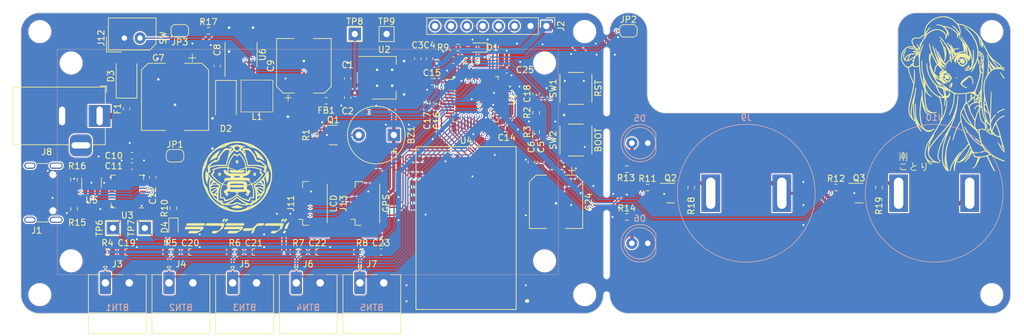
<source format=kicad_pcb>
(kicad_pcb (version 20221018) (generator pcbnew)
  (layers (0 "F.Cu" signal) (31 "B.Cu" signal) (34 "B.Paste" user) (35 "F.Paste" user) (36 "B.SilkS" user "B.Silkscreen") (37 "F.SilkS" user "F.Silkscreen") (38 "B.Mask" user) (39 "F.Mask" user) (44 "Edge.Cuts" user))
  (net 0 "")
  (net 1 "+5V")
  (net 2 "GND")
  (net 3 "+3.3V")
  (net 7 "Net-(BZ1--)")
  (net 8 "Net-(J1-CC1)")
  (net 9 "Net-(JP1-B)")
  (net 10 "VBUS")
  (net 11 "Net-(U3-VDD)")
  (net 12 "/NRST")
  (net 13 "/UART3_TX")
  (net 14 "/UART3_RX")
  (net 15 "/I2C1_SDA")
  (net 16 "/I2C1_SCL")
  (net 22 "/BTN1")
  (net 23 "/BTN2")
  (net 24 "/BTN3")
  (net 25 "/BTN4")
  (net 26 "/BTN5")
  (net 27 "/DBG_LED")
  (net 28 "Net-(D1-A)")
  (net 29 "Net-(D2-K)")
  (net 30 "/D-")
  (net 31 "/D+")
  (net 32 "/BUZZER")
  (net 35 "/SWCLK")
  (net 36 "/SWDIO")
  (net 56 "Net-(Q1-B)")
  (net 57 "Net-(D4-K)")
  (net 60 "/BOOT0")
  (net 61 "/LORA_M0")
  (net 62 "/LORA_M1")
  (net 63 "/UART2_TX")
  (net 64 "/UART2_RX")
  (net 65 "/LORA_AUX")
  (net 66 "/UART1_TX")
  (net 67 "/UART1_RX")
  (net 76 "Net-(J8-Pin_1)")
  (net 79 "Net-(D5-A)")
  (net 80 "Net-(D6-A)")
  (net 81 "+12V")
  (net 82 "Net-(J9-Pin_2)")
  (net 83 "Net-(J10-Pin_2)")
  (net 84 "Net-(Q2-B)")
  (net 85 "Net-(Q3-B)")
  (net 86 "/LAMP1")
  (net 87 "/LAMP2")
  (net 89 "Net-(J1-CC2)")
  (net 91 "Net-(JP2-A)")
  (net 92 "/GPS_LED")
  (net 93 "/STOP_LED")
  (net 94 "/DC_EN")
  (net 95 "Net-(JP3-A)")
  (net 98 "Net-(Q2-C)")
  (net 99 "Net-(Q3-C)")
  (footprint "Resistor_SMD:R_0603_1608Metric" (layer "F.Cu") (at 79.248 16.002 90)
    (fp_text reference "R3")
    (fp_text value "10k")
  )
  (footprint "Capacitor_SMD:C_0603_1608Metric" (layer "F.Cu") (at 44.336 35.179)
    (fp_text reference "C22")
    (fp_text value "470nf")
  )
  (footprint "Capacitor_SMD:C_0603_1608Metric" (layer "F.Cu") (at 61.849 11.303 -90)
    (fp_text reference "C17")
    (fp_text value "1uf")
  )
  (footprint "Connector_BarrelJack:BarrelJack_Horizontal" (layer "F.Cu") (at 9.556 13.462)
    (fp_text reference "J8")
    (fp_text value "VIN")
  )
  (footprint "Resistor_SMD:R_0603_1608Metric" (layer "F.Cu") (at 20.968 35.179)
    (fp_text reference "R5")
    (fp_text value "10k")
  )
  (footprint "Capacitor_SMD:C_0603_1608Metric" (layer "F.Cu") (at 62.611 8.001)
    (fp_text reference "C15")
    (fp_text value "100nf")
  )
  (footprint "Capacitor_SMD:C_0603_1608Metric" (layer "F.Cu") (at 28.321 5.461 90)
    (fp_text reference "C8")
    (fp_text value "100nf")
  )
  (footprint "Capacitor_SMD:C_0603_1608Metric" (layer "F.Cu") (at 24.016 35.179)
    (fp_text reference "C20")
    (fp_text value "470nf")
  )
  (footprint "TestPoint:TestPoint_THTPad_2.0x2.0mm_Drill1.0mm" (layer "F.Cu") (at 11.684 31.369)
    (fp_text reference "TP6")
    (fp_text value "TX")
  )
  (footprint "Diode_SMD:D_SMA" (layer "F.Cu") (at 29.718 11.303 -90)
    (fp_text reference "D2")
    (fp_text value "SK34")
  )
  (footprint "Connector_USB:USB_C_Receptacle_GCT_USB4105-xx-A_16P_TopMnt_Horizontal" (layer "F.Cu") (at -0.508 25.7225 -90)
    (fp_text reference "J1")
    (fp_text value "USB_C")
  )
  (footprint "Jumper:SolderJumper-2_P1.3mm_Bridged_RoundedPad1.0x1.5mm" (layer "F.Cu") (at 93.98 -0.127)
    (fp_text reference "JP2")
    (fp_text value "MODE")
  )
  (footprint "Resistor_SMD:R_0603_1608Metric" (layer "F.Cu") (at 79.248 12.954 90)
    (fp_text reference "R2")
    (fp_text value "10k")
  )
  (footprint "Capacitor_SMD:C_0603_1608Metric" (layer "F.Cu") (at 54.496 35.179)
    (fp_text reference "C23")
    (fp_text value "470nf")
  )
  (footprint "Connector_Phoenix_MC:PhoenixContact_MC_1,5_2-G-3.81_1x02_P3.81mm_Horizontal" (layer "F.Cu") (at 10.469 40.1205)
    (fp_text reference "J3")
    (fp_text value "BTN1")
  )
  (footprint "MountingHole:MountingHole_3.2mm_M3" (layer "F.Cu") (at 152 0)
    (fp_text reference "H9")
    (fp_text value "MountingHole")
  )
  (footprint "Connector_Phoenix_MC:PhoenixContact_MC_1,5_2-G-3.81_1x02_P3.81mm_Horizontal" (layer "F.Cu") (at 40.949 40.1205)
    (fp_text reference "J6")
    (fp_text value "BTN4")
  )
  (footprint "MountingHole:MountingHole_3.2mm_M3" (layer "F.Cu") (at 152 42)
    (fp_text reference "H10")
    (fp_text value "MountingHole")
  )
  (footprint "MountingHole:MountingHole_3.2mm_M3" (layer "F.Cu") (at 87 0)
    (fp_text reference "H3")
    (fp_text value "MountingHole")
  )
  (footprint "LOGO" (layer "F.Cu") (at 31.512822 25.273)
    (fp_text reference "G***" hide)
    (fp_text value "LOGO" hide)
  )
  (footprint "Package_TO_SOT_SMD:SOT-23" (layer "F.Cu") (at 100.711 25.781)
    (fp_text reference "Q2")
    (fp_text value "BC847")
  )
  (footprint "Resistor_SMD:R_0603_1608Metric" (layer "F.Cu") (at 10.808 35.179)
    (fp_text reference "R4")
    (fp_text value "10k")
  )
  (footprint "TestPoint:TestPoint_THTPad_2.0x2.0mm_Drill1.0mm" (layer "F.Cu") (at 50.292 0.381)
    (fp_text reference "TP8")
    (fp_text value "5V")
  )
  (footprint "MountingHole:MountingHole_3.2mm_M3" (layer "F.Cu") (at 0 42)
    (fp_text reference "H2")
    (fp_text value "MountingHole")
  )
  (footprint "Resistor_SMD:R_0603_1608Metric" (layer "F.Cu") (at 133.985 24.892 90)
    (fp_text reference "R19")
    (fp_text value "0")
  )
  (footprint "Connector_Molex:Molex_PicoBlade_53398-0471_1x04-1MP_P1.25mm_Vertical" (layer "F.Cu") (at 51.562 27.432 90)
    (fp_text reference "J13")
    (fp_text value "GPS")
  )
  (footprint "Capacitor_SMD:C_0603_1608Metric" (layer "F.Cu") (at 80.01 20.828 90)
    (fp_text reference "C5")
    (fp_text value "10uf")
  )
  (footprint "LOGO" (layer "F.Cu") (at 145.542 9.779)
    (fp_text reference "G***" hide)
    (fp_text value "LOGO" hide)
  )
  (footprint "Jumper:SolderJumper-2_P1.3mm_Open_RoundedPad1.0x1.5mm" (layer "F.Cu") (at 22.352 -0.127 180)
    (fp_text reference "JP3")
    (fp_text value "PWR")
  )
  (footprint "Connector_PinHeader_2.54mm:PinHeader_1x08_P2.54mm_Vertical" (layer "F.Cu") (at 80.884 -0.889 -90)
    (fp_text reference "J2")
    (fp_text value "SWD")
  )
  (footprint "KIcad:SW_TS-1187A-B-A-B" (layer "F.Cu") (at 85.598 17.3155 90)
    (fp_text reference "SW2")
    (fp_text value "BOOT")
  )
  (footprint "KIcad:E22-900T22S" (layer "F.Cu") (at 68.0595 31.369)
    (fp_text reference "U4")
    (fp_text value "~")
  )
  (footprint "TestPoint:TestPoint_THTPad_2.0x2.0mm_Drill1.0mm" (layer "F.Cu") (at 16.764 31.369)
    (fp_text reference "TP7")
    (fp_text value "RX")
  )
  (footprint "Resistor_SMD:R_0603_1608Metric" (layer "F.Cu") (at 97.028 24.892)
    (fp_text reference "R11")
    (fp_text value "4.7k")
  )
  (footprint "Capacitor_SMD:C_0603_1608Metric" (layer "F.Cu") (at 14.732 19.812 180)
    (fp_text reference "C10")
    (fp_text value "1uf")
  )
  (footprint "Capacitor_SMD:C_0603_1608Metric" (layer "F.Cu") (at 74.549 6.096 180)
    (fp_text reference "C25")
    (fp_text value "100nf")
  )
  (footprint "Package_TO_SOT_SMD:SOT-23" (layer "F.Cu") (at 130.81 25.781)
    (fp_text reference "Q3")
    (fp_text value "BC847")
  )
  (footprint "Capacitor_SMD:CP_Elec_8x6.5" (layer "F.Cu") (at 82.423 27.178 -90)
    (fp_text reference "C24")
    (fp_text value "100uf")
  )
  (footprint "Resistor_SMD:R_0603_1608Metric" (layer "F.Cu") (at 43.942 16.51 90)
    (fp_text reference "R1")
    (fp_text value "4.7k")
  )
  (footprint "Fuse:Fuse_0603_1608Metric" (layer "F.Cu") (at 45.72 11.049)
    (fp_text reference "FB1")
    (fp_text value "Bead")
  )
  (footprint "Package_DFN_QFN:QFN-28-1EP_5x5mm_P0.5mm_EP3.35x3.35mm" (layer "F.Cu") (at 13.97 25.527 180)
    (fp_text reference "U3")
    (fp_text value "CP2102N-Axx-xQFN28")
  )
  (footprint "Capacitor_SMD:C_0603_1608Metric" (layer "F.Cu") (at 13.856 35.179)
    (fp_text reference "C19")
    (fp_text value "470nf")
  )
  (footprint "Fuse:Fuse_0603_1608Metric" (layer "F.Cu") (at 13.843 12.319 90)
    (fp_text reference "F1")
    (fp_text value "300mA")
  )
  (footprint "Capacitor_SMD:C_0603_1608Metric" (layer "F.Cu") (at 49.149 7.48 90)
    (fp_text reference "C1")
    (fp_text value "10uf")
  )
  (footprint "Resistor_SMD:R_0603_1608Metric" (layer "F.Cu") (at 66.802 2.54)
    (fp_text reference "R9")
    (fp_text value "330")
  )
  (footprint "Package_TO_SOT_SMD:SOT-23" (layer "F.Cu") (at 46.863 16.51)
    (fp_text reference "Q1")
    (fp_text value "BC847")
  )
  (footprint "Package_QFP:LQFP-48_7x7mm_P0.5mm" (layer "F.Cu") (at 69.596 10.795)
    (fp_text reference "U1")
    (fp_text value "STM32F103C8Tx")
  )
  (footprint "LED_SMD:LED_0603_1608Metric" (layer "F.Cu") (at 69.914 2.54 180)
    (fp_text reference "D1")
    (fp_text value "LED1")
  )
  (footprint "Resistor_SMD:R_0603_1608Metric" (layer "F.Cu") (at 31.128 35.179)
    (fp_text reference "R6")
    (fp_text value "10k")
  )
  (footprint "MountingHole:MountingHole_3.2mm_M3" (layer "F.Cu") (at 0 0)
    (fp_text reference "H1")
    (fp_text value "MountingHole")
  )
  (footprint "TestPoint:TestPoint_THTPad_2.0x2.0mm_Drill1.0mm" (layer "F.Cu") (at 55.372 0.381)
    (fp_text reference "TP9")
    (fp_text value "GND")
  )
  (footprint "KIcad:FQ-014" (layer "F.Cu") (at 53.721 16.51 180)
    (fp_text reference "BZ1")
    (fp_text value "Buzzer")
  )
  (footprint "Resistor_SMD:R_0603_1608Metric" (layer "F.Cu") (at 26.924 -0.127)
    (fp_text reference "R17")
    (fp_text value "10k")
  )
  (footprint "Capacitor_SMD:CP_Elec_10x10.5" (layer "F.Cu") (at 21.59 10.414 -90)
    (fp_text reference "C7")
    (fp_text value "330uf")
  )
  (footprint "Capacitor_SMD:C_0603_1608Metric" (layer "F.Cu") (at 66.04 4.572)
    (fp_text reference "C13")
    (fp_text value "4.7uf")
  )
  (footprint "Capacitor_SMD:C_0603_1608Metric" (layer "F.Cu") (at 74.549 15.494 180)
    (fp_text reference "C14")
    (fp_text value "100nf")
  )
  (footprint "Capacitor_SMD:C_0603_1608Metric" (layer "F.Cu") (at 78.486 20.828 90)
    (fp_text reference "C6")
    (fp_text value "100nf")
  )
  (footprint "Connector_Molex:Molex_SPOX_5267-02A_1x02_P2.50mm_Vertical" (layer "F.Cu") (at 13.502 1.031)
    (fp_text reference "J12")
    (fp_text value "SW")
  )
  (footprint "Resistor_SMD:R_0603_1608Metric" (layer "F.Cu") (at 5.461 28.321 -90)
    (fp_text reference "R15")
    (fp_text value "5.1k")
  )
  (footprint "Connector_Phoenix_MC:PhoenixContact_MC_1,5_2-G-3.81_1x02_P3.81mm_Horizontal" (layer "F.Cu") (at 20.629 40.1205)
    (fp_text reference "J4")
    (fp_text value "BTN2")
  )
  (footprint "Connector_Phoenix_MC:PhoenixContact_MC_1,5_2-G-3.81_1x02_P3.81mm_Horizontal" (layer "F.Cu") (at 51.109 40.1205)
    (fp_text reference "J7")
    (fp_text value "BTN5")
  )
  (footprint "Capacitor_SMD:C_0603_1608Metric" (layer "F.Cu") (at 79.248 9.906 90)
    (fp_text reference "C18")
    (fp_text value "100nf")
  )
  (footprint "Resistor_SMD:R_0603_1608Metric" (layer "F.Cu") (at 104.013 24.892 90)
    (fp_text reference "R18")
    (fp_text value "0")
  )
  (footprint "KIcad:Inductor_4.5x4mm" (layer "F.Cu") (at 34.671 10.287)
    (fp_text reference "L1")
    (fp_text value "68uh")
  )
  (footprint "Capacitor_SMD:C_0603_1608Metric" (layer "F.Cu") (at 60.325 4.318 90)
    (fp_text reference "C3")
    (fp_text value "10uf")
  )
  (footprint "Resistor_SMD:R_0603_1608Metric" (layer "F.Cu") (at 5.461 23.622 90)
    (fp_text reference "R16")
    (fp_text value "5.1k")
  )
  (footprint "Package_TO_SOT_SMD:SOT-23-6" (layer "F.Cu") (at 8.255 24.13 90)
    (fp_text reference "U5")
    (fp_text value "SRV05-4")
  )
  (footprint "Capacitor_SMD:C_0603_1608Metric" (layer "F.Cu") (at 18.034 23.241 90)
    (fp_text reference "C12")
    (fp_text value "100nf")
  )
  (footprint "Resistor_SMD:R_0603_1608Metric" (layer "F.Cu") (at 51.448 35.179)
    (fp_text reference "R8")
    (fp_text value "10k")
  )
  (footprint "Jumper:SolderJumper-2_P1.3mm_Bridged_RoundedPad1.0x1.5mm" (layer "F.Cu") (at 21.59 19.812)
    (fp_text reference "JP1")
    (fp_text value "VBUS")
  )
  (footprint "Capacitor_SMD:C_0603_1608Metric" (layer "F.Cu") (at 62.23 4.318 90)
    (fp_text reference "C4")
    (fp_text value "100nf")
  )
  (footprint "Package_TO_SOT_SMD:SOT-223-3_TabPin2" (layer "F.Cu") (at 54.991 7.366)
    (fp_text reference "U2")
    (fp_text value "AMS1117-3.3")
  )
  (footprint "MountingHole:MountingHole_3.2mm_M3" (layer "F.Cu") (at 87 42)
    (fp_text reference "H4")
    (fp_text value "MountingHole")
  )
  (footprint "LED_SMD:LED_0603_1608Metric" (layer "F.Cu") (at 21.336 31.242 -90)
    (fp_text reference "D4")
    (fp_text value "3.3v")
  )
  (footprint "Capacitor_SMD:C_0603_1608Metric" (layer "F.Cu") (at 14.732 21.463 180)
    (fp_text reference "C11")
    (fp_text value "100nf")
  )
  (footprint "Capacitor_SMD:C_0603_1608Metric" (layer "F.Cu") (at 63.373 11.303 -90)
    (fp_text reference "C16")
    (fp_text value "10nf")
  )
  (footprint "Connector_Molex:Molex_PicoBlade_53398-0471_1x04-1MP_P1.25mm_Vertical" (layer "F.Cu") (at 43.18 27.432 90)
    (fp_text reference "J11")
    (fp_text value "LCD")
  )
  (footprint "KIcad:SW_TS-1187A-B-A-B" (layer "F.Cu") (at 85.598 9.0605 90)
    (fp_text reference "SW1")
    (fp_text value "RST")
  )
  (footprint "Resistor_SMD:R_0603_1608Metric" (layer "F.Cu") (at 93.726 21.971)
    (fp_text reference "R13")
    (fp_text value "330")
  )
  (footprint "Resistor_SMD:R_0603_1608Metric" (layer "F.Cu") (at 21.336 28.194 90)
    (fp_text reference "R10")
    (fp_text value "330")
  )
  (footprint "Capacitor_SMD:C_0603_1608Metric" (layer "F.Cu") (at 49.149 10.528 -90)
    (fp_text reference "C2")
    (fp_text value "100nf")
  )
  (footprint "Capacitor_SMD:C_0603_1608Metric" (layer "F.Cu") (at 34.176 35.179)
    (fp_text reference "C21")
    (fp_text value "470nf")
  )
  (footprint "Resistor_SMD:R_0603_1608Metric" (layer "F.Cu") (at 127.127 24.892)
    (fp_text reference "R12")
    (fp_text value "4.7k")
  )
  (footprint "Diode_SMD:D_SMA" (layer "F.Cu") (at 13.843 7.112 90)
    (fp_text reference "D3")
    (fp_text value "1n4001")
  )
  (footprint "Resistor_SMD:R_0603_1608Metric" (layer "F.Cu") (at 41.288 35.179)
    (fp_text reference "R7")
    (fp_text value "10k")
  )
  (footprint "Capacitor_SMD:CP_Elec_8x10.5" (layer "F.Cu") (at 42.164 5.461 90)
    (fp_text reference "C9")
    (fp_text value "220uf")
  )
  (footprint "Connector_Phoenix_MC:PhoenixContact_MC_1,5_2-G-3.81_1x02_P3.81mm_Horizontal" (layer "F.Cu") (at 30.789 40.1205)
    (fp_text reference "J5")
    (fp_text value "BTN3")
  )
  (footprint "Resistor_SMD:R_0603_1608Metric" (layer "F.Cu") (at 93.726 29.591)
    (fp_text reference "R14")
    (fp_text value "330")
  )
  (footprint "Package_SO:SOIC-8_3.9x4.9mm_P1.27mm" (layer "F.Cu") (at 32.131 3.683 90)
    (fp_text reference "U6")
    (fp_text value "XL1509-5.0")
  )
  (footprint "KIcad:QN22-LED" (layer "B.Cu") (at 142.8 25.8 180)
    (fp_text reference "J10")
    (fp_text value "LAMP2")
  )
  (footprint "MountingHole:MountingHole_3.2mm_M3" (layer "B.Cu") (at 5 5 180)
    (fp_text reference "H7")
    (fp_text value "MountingHole")
  )
  (footprint "MountingHole:MountingHole_3.2mm_M3" (layer "B.Cu") (at 80.6 5 180)
    (fp_text reference "H5")
    (fp_text value "MountingHole")
  )
  (footprint "MountingHole:MountingHole_3.2mm_M3" (layer "B.Cu") (at 80.6 36.6 180)
    (fp_text reference "H6")
    (fp_text value "MountingHole")
  )
  (footprint "KIcad:QN22-LED" (layer "B.Cu") (at 112.8 25.8 180)
    (fp_text reference "J9")
    (fp_text value "LAMP1")
  )
  (footprint "LED_THT:LED_D5.0mm" (layer "B.Cu") (at 97.075 33.8 180)
    (fp_text reference "D6")
    (fp_text value "STOP")
  )
  (footprint "MountingHole:MountingHole_3.2mm_M3" (layer "B.Cu") (at 5 36.6 180)
    (fp_text reference "H8")
    (fp_text value "MountingHole")
  )
  (footprint "LED_THT:LED_D5.0mm" (layer "B.Cu") (at 97.075 17.8 180)
    (fp_text reference "D5")
    (fp_text value "GPS")
  )
  (gr_line (start 82.8 2.8) (end 82.8 38.8) (stroke (width 0.05)) (layer "B.SilkS"))
  (gr_line (start 82.8 38.8) (end 2.8 38.8) (stroke (width 0.05)) (layer "B.SilkS"))
  (gr_line (start 2.8 2.8) (end 2.8 38.8) (stroke (width 0.05)) (layer "B.SilkS"))
  (gr_line (start 82.8 2.8) (end 2.8 2.8) (stroke (width 0.05)) (layer "B.SilkS"))
  (gr_arc (start 94.000001 45.000001) (mid 91.878681 44.121321) (end 91.000001 42.000001) (stroke (width 0.1)) (layer "Edge.Cuts"))
  (gr_line (start 0 -3) (end 87.000002 -3) (stroke (width 0.1)) (layer "Edge.Cuts"))
  (gr_line (start 152.000001 45.000001) (end 94.000001 45.000001) (stroke (width 0.1)) (layer "Edge.Cuts"))
  (gr_arc (start 91.000002 39) (mid 90.500002 39.5) (end 90.000002 39) (stroke (width 0.1)) (layer "Edge.Cuts"))
  (gr_line (start 91.000002 13) (end 91.000002 3) (stroke (width 0.1)) (layer "Edge.Cuts"))
  (gr_arc (start 90.000002 16) (mid 90.500002 15.5) (end 91.000002 16) (stroke (width 0.1)) (layer "Edge.Cuts"))
  (gr_line (start -0.000001 45.000001) (end 87.000001 45.000001) (stroke (width 0.1)) (layer "Edge.Cuts"))
  (gr_arc (start 99.999999 13.000003) (mid 97.878679 12.121323) (end 96.999999 10.000003) (stroke (width 0.1)) (layer "Edge.Cuts"))
  (gr_line (start -3 0) (end -3.000001 42.000001) (stroke (width 0.1)) (layer "Edge.Cuts"))
  (gr_arc (start 90.000001 42.000001) (mid 90.500001 41.500001) (end 91.000001 42.000001) (stroke (width 0.1)) (layer "Edge.Cuts"))
  (gr_line (start 99.999999 13.000003) (end 134.000002 13) (stroke (width 0.1)) (layer "Edge.Cuts"))
  (gr_arc (start 90.000002 3) (mid 90.500002 2.5) (end 91.000002 3) (stroke (width 0.1)) (layer "Edge.Cuts"))
  (gr_arc (start 91.000002 26) (mid 90.500002 26.5) (end 90.000002 26) (stroke (width 0.1)) (layer "Edge.Cuts"))
  (gr_line (start 155.000002 0) (end 155.000001 42.000001) (stroke (width 0.1)) (layer "Edge.Cuts"))
  (gr_line (start 90.000002 16) (end 90.000002 26) (stroke (width 0.1)) (layer "Edge.Cuts"))
  (gr_arc (start 152.000002 -3) (mid 154.121322 -2.12132) (end 155.000002 0) (stroke (width 0.1)) (layer "Edge.Cuts"))
  (gr_line (start 96.999999 10.000003) (end 97 0.000002) (stroke (width 0.1)) (layer "Edge.Cuts"))
  (gr_line (start 90.000002 3) (end 90.000002 13) (stroke (width 0.1)) (layer "Edge.Cuts"))
  (gr_line (start 90.000002 29) (end 90.000002 39) (stroke (width 0.1)) (layer "Edge.Cuts"))
  (gr_line (start 137.000002 10) (end 137.000002 0) (stroke (width 0.1)) (layer "Edge.Cuts"))
  (gr_arc (start 87.000002 -3) (mid 89.121322 -2.12132) (end 90.000002 0) (stroke (width 0.1)) (layer "Edge.Cuts"))
  (gr_arc (start -0.000001 45.000001) (mid -2.121321 44.121321) (end -3.000001 42.000001) (stroke (width 0.1)) (layer "Edge.Cuts"))
  (gr_arc (start 94 -2.999998) (mid 96.12132 -2.121318) (end 97 0.000002) (stroke (width 0.1)) (layer "Edge.Cuts"))
  (gr_arc (start 91.000002 0) (mid 90.500002 0.5) (end 90.000002 0) (stroke (width 0.1)) (layer "Edge.Cuts"))
  (gr_arc (start 137.000002 10) (mid 136.121322 12.12132) (end 134.000002 13) (stroke (width 0.1)) (layer "Edge.Cuts"))
  (gr_line (start 91.000002 26) (end 91.000002 16) (stroke (width 0.1)) (layer "Edge.Cuts"))
  (gr_arc (start 90.000002 29) (mid 90.500002 28.5) (end 91.000002 29) (stroke (width 0.1)) (layer "Edge.Cuts"))
  (gr_arc (start 91.000002 13) (mid 90.500002 13.5) (end 90.000002 13) (stroke (width 0.1)) (layer "Edge.Cuts"))
  (gr_arc (start 91.000002 0) (mid 91.878682 -2.12132) (end 94.000002 -3) (stroke (width 0.1)) (layer "Edge.Cuts"))
  (gr_line (start 91.000002 39) (end 91.000002 29) (stroke (width 0.1)) (layer "Edge.Cuts"))
  (gr_line (start 140.000002 -3) (end 152.000002 -3) (stroke (width 0.1)) (layer "Edge.Cuts"))
  (gr_arc (start -3 0) (mid -2.12132 -2.12132) (end 0 -3) (stroke (width 0.1)) (layer "Edge.Cuts"))
  (gr_arc (start 90.000001 42.000001) (mid 89.121321 44.121321) (end 87.000001 45.000001) (stroke (width 0.1)) (layer "Edge.Cuts"))
  (gr_arc (start 155.000001 42.000001) (mid 154.121321 44.121321) (end 152.000001 45.000001) (stroke (width 0.1)) (layer "Edge.Cuts"))
  (gr_arc (start 137.000002 0) (mid 137.878682 -2.12132) (end 140.000002 -3) (stroke (width 0.1)) (layer "Edge.Cuts"))
  (segment (start 50.266 9.753) (end 50.292 9.779) (width 1) (layer "F.Cu") (net 1))
  (segment (start 53.481 9.666) (end 56.521 12.706) (width 0.5) (layer "F.Cu") (net 1))
  (segment (start 56.521 12.706) (end 56.521 16.51) (width 0.5) (layer "F.Cu") (net 1))
  (segment (start 50.292 9.779) (end 50.318 9.753) (width 1) (layer "F.Cu") (net 1))
  (segment (start 50.318 9.753) (end 51.754 9.753) (width 1) (layer "F.Cu") (net 1))
  (segment (start 47.8035 9.753) (end 46.5075 11.049) (width 1) (layer "F.Cu") (net 1))
  (segment (start 49.149 9.753) (end 47.8035 9.753) (width 1) (layer "F.Cu") (net 1))
  (segment (start 51.841 9.666) (end 53.481 9.666) (width 0.5) (layer "F.Cu") (net 1))
  (segment (start 54.854 26.807) (end 41.93 26.807) (width 0.5) (layer "F.Cu") (net 1))
  (segment (start 49.149 8.255) (end 49.149 9.753) (width 1) (layer "F.Cu") (net 1))
  (segment (start 56.521 25.14) (end 54.854 26.807) (width 0.5) (layer "F.Cu") (net 1))
  (segment (start 56.521 16.51) (end 56.521 25.14) (width 0.5) (layer "F.Cu") (net 1))
  (segment (start 49.149 9.753) (end 50.266 9.753) (width 1) (layer "F.Cu") (net 1))
  (via (at 50.292 9.779) (size 0.8) (drill 0.4) (layers "F.Cu" "B.Cu") (net 1))
  (segment (start 50.292 9.779) (end 50.292 0.381) (width 0.5) (layer "B.Cu") (net 1))
  (segment (start 70.7015 2.942682) (end 70.7015 2.54) (width 0.2) (layer "F.Cu") (net 2))
  (via (at 64.389 3.175) (size 0.5) (drill 0.3) (layers "F.Cu" "B.Cu") (net 2))
  (via (at 58.547 40.513) (size 0.5) (drill 0.3) (layers "F.Cu" "B.Cu") (net 2))
  (via (at 76.327 15.621) (size 0.5) (drill 0.3) (layers "F.Cu" "B.Cu") (net 2))
  (via (at 85.598 21.844) (size 0.5) (drill 0.3) (layers "F.Cu" "B.Cu") (net 2))
  (via (at 77.597 43.053) (size 0.5) (drill 0.3) (layers "F.Cu" "B.Cu") (net 2))
  (via (at 25.527 34.417) (size 0.5) (drill 0.3) (layers "F.Cu" "B.Cu") (net 2))
  (via (at 58.547 43.053) (size 0.5) (drill 0.3) (layers "F.Cu" "B.Cu") (net 2))
  (via (at 83.82 7.874) (size 0.5) (drill 0.3) (layers "F.Cu" "B.Cu") (net 2))
  (via (at 80.899 9.017) (size 0.5) (drill 0.3) (layers "F.Cu" "B.Cu") (net 2))
  (via (at 64.77 20.701) (size 0.5) (drill 0.3) (layers "F.Cu" "B.Cu") (net 2))
  (via (at 53.848 8.636) (size 0.8) (drill 0.4) (layers "F.Cu" "B.Cu") (net 2))
  (via (at 53.721 11.811) (size 0.5) (drill 0.3) (layers "F.Cu" "B.Cu") (net 2))
  (via (at 88.9 3.683) (size 0.5) (drill 0.3) (layers "F.Cu" "B.Cu") (net 2))
  (via (at 58.166 4.699) (size 0.8) (drill 0.4) (layers "F.Cu" "B.Cu") (net 2))
  (via (at 77.597 40.513) (size 0.5) (drill 0.3) (layers "F.Cu" "B.Cu") (net 2))
  (via (at 35.814 34.417) (size 0.5) (drill 0.3) (layers "F.Cu" "B.Cu") (net 2))
  (via (at 86.36 25.781) (size 0.5) (drill 0.3) (layers "F.Cu" "B.Cu") (net 2))
  (via (at 16.637 22.987) (size 0.5) (drill 0.3) (layers "F.Cu" "B.Cu") (net 2))
  (via (at 93.726 26.035) (size 0.5) (drill 0.3) (layers "F.Cu" "B.Cu") (net 2))
  (via (at 92.329 0.889) (size 0.5) (drill 0.3) (layers "F.Cu" "B.Cu") (net 2))
  (via (at 2.032 26.543) (size 0.5) (drill 0.3) (layers "F.Cu" "B.Cu") (net 2))
  (via (at 88.392 24.638) (size 0.5) (drill 0.3) (layers "F.Cu" "B.Cu") (net 2))
  (via (at 75.057 8.763) (size 0.5) (drill 0.3) (layers "F.Cu" "B.Cu") (net 2))
  (via (at 91.44 29.591) (size 0.5) (drill 0.3) (layers "F.Cu" "B.Cu") (net 2))
  (via (at 76.2 1.905) (size 0.5) (drill 0.3) (layers "F.Cu" "B.Cu") (net 2))
  (via (at 4.318 28.956) (size 0.5) (drill 0.3) (layers "F.Cu" "B.Cu") (net 2))
  (via (at 84.836 3.556) (size 0.5) (drill 0.3) (layers "F.Cu" "B.Cu") (net 2))
  (via (at 27.559 18.669) (size 0.8) (drill 0.4) (layers "F.Cu" "B.Cu") (net 2))
  (via (at 66.167 7.366) (size 0.5) (drill 0.3) (layers "F.Cu" "B.Cu") (net 2))
  (via (at 11.303 23.241) (size 0.5) (drill 0.3) (layers "F.Cu" "B.Cu") (net 2))
  (via (at 16.637 20.574) (size 0.5) (drill 0.3) (layers "F.Cu" "B.Cu") (net 2))
  (via (at 54.991 33.909) (size 0.5) (drill 0.3) (layers "F.Cu" "B.Cu") (net 2))
  (via (at 25.908 -1.651) (size 0.5) (drill 0.3) (layers "F.Cu" "B.Cu") (net 2))
  (via (at 82.296 14.351) (size 0.5) (drill 0.3) (layers "F.Cu" "B.Cu") (net 2))
  (via (at 11.557 27.94) (size 0.5) (drill 0.3) (layers "F.Cu" "B.Cu") (net 2))
  (via (at 15.494 33.147) (size 0.5) (drill 0.3) (layers "F.Cu" "B.Cu") (net 2))
  (via (at 49.149 4.953) (size 0.8) (drill 0.4) (layers "F.Cu" "B.Cu") (net 2))
  (via (at 17.399 26.289) (size 0.5) (drill 0.3) (layers "F.Cu" "B.Cu") (net 2))
  (via (at 70.993 4.064) (size 0.5) (drill 0.3) (layers "F.Cu" "B.Cu") (net 2))
  (via (at 121.92 24.003) (size 0.5) (drill 0.3) (layers "F.Cu" "B.Cu") (net 2))
  (via (at 79.629 18.923) (size 0.5) (drill 0.3) (layers "F.Cu" "B.Cu") (net 2))
  (via (at 18.923 7.62) (size 0.8) (drill 0.4) (layers "F.Cu" "B.Cu") (net 2))
  (via (at 15.494 34.417) (size 0.5) (drill 0.3) (layers "F.Cu" "B.Cu") (net 2))
  (via (at 62.738 17.145) (size 0.5) (drill 0.3) (layers "F.Cu" "B.Cu") (net 2))
  (via (at 21.59 11.684) (size 0.8) (drill 0.4) (layers "F.Cu" "B.Cu") (net 2))
  (via (at 53.848 6.096) (size 0.8) (drill 0.4) (layers "F.Cu" "B.Cu") (net 2))
  (via (at 77.597 29.337) (size 0.5) (drill 0.3) (layers "F.Cu" "B.Cu") (net 2))
  (via (at 7.62 27.178) (size 0.5) (drill 0.3) (layers "F.Cu" "B.Cu") (net 2))
  (via (at 86.868 7.874) (size 0.5) (drill 0.3) (layers "F.Cu" "B.Cu") (net 2))
  (via (at 46.355 34.417) (size 0.5) (drill 0.3) (layers "F.Cu" "B.Cu") (net 2))
  (via (at 66.802 12.954) (size 0.5) (drill 0.3) (layers "F.Cu" "B.Cu") (net 2))
  (via (at 69.088 1.27) (size 0.5) (drill 0.3) (layers "F.Cu" "B.Cu") (net 2))
  (via (at 27.305 2.159) (size 0.5) (drill 0.3) (layers "F.Cu" "B.Cu") (net 2))
  (via (at 43.307 25.527) (size 0.5) (drill 0.3) (layers "F.Cu" "B.Cu") (net 2))
  (via (at 55.245 14.859) (size 0.5) (drill 0.3) (layers "F.Cu" "B.Cu") (net 2))
  (via (at 75.311 6.985) (size 0.5) (drill 0.3) (layers "F.Cu" "B.Cu") (net 2))
  (via (at 121.92 27.686) (size 0.5) (drill 0.3) (layers "F.Cu" "B.Cu") (net 2))
  (via (at 91.567 25.908) (size 0.5) (drill 0.3) (layers "F.Cu" "B.Cu") (net 2))
  (via (at 58.166 10.033) (size 0.8) (drill 0.4) (layers "F.Cu" "B.Cu") (net 2))
  (via (at 80.264 2.032) (size 0.5) (drill 0.3) (layers "F.Cu" "B.Cu") (net 2))
  (via (at 27.559 13.843) (size 0.8) (drill 0.4) (layers "F.Cu" "B.Cu") (net 2))
  (via (at 56.261 6.096) (size 0.8) (drill 0.4) (layers "F.Cu" "B.Cu") (net 2))
  (via (at 45.085 14.478) (size 0.5) (drill 0.3) (layers "F.Cu" "B.Cu") (net 2))
  (via (at 45.847 16.51) (size 0.5) (drill 0.3) (layers "F.Cu" "B.Cu") (net 2))
  (via (at 5.461 23.495) (size 0.5) (drill 0.3) (layers "F.Cu" "B.Cu") (net 2))
  (via (at 72.39 11.684) (size 0.5) (drill 0.3) (layers "F.Cu" "B.Cu") (net 2))
  (via (at 67.31 7.874) (size 0.5) (drill 0.3) (layers "F.Cu" "B.Cu") (net 2))
  (via (at 14.351 17.78) (size 0.5) (drill 0.3) (layers "F.Cu" "B.Cu") (net 2))
  (via (at 37.846 29.083) (size 0.5) (drill 0.3) (layers "F.Cu" "B.Cu") (net 2))
  (via (at 42.164 4.699) (size 0.8) (drill 0.4) (layers "F.Cu" "B.Cu") (net 2))
  (via (at 30.226 -0.635) (size 0.8) (drill 0.4) (layers "F.Cu" "B.Cu") (net 2))
  (via (at 82.423 18.542) (size 0.5) (drill 0.3) (layers "F.Cu" "B.Cu") (net 2))
  (via (at 48.133 11.811) (size 0.5) (drill 0.3) (layers "F.Cu" "B.Cu") (net 2))
  (via (at 25.527 32.385) (size 0.5) (drill 0.3) (layers "F.Cu" "B.Cu") (net 2))
  (via (at 40.005 29.083) (size 0.5) (drill 0.3) (layers "F.Cu" "B.Cu") (net 2))
  (via (at 72.517 9.779) (size 0.5) (drill 0.3) (layers "F.Cu" "B.Cu") (net 2))
  (via (at 39.243 7.493) (size 0.5) (drill 0.3) (layers "F.Cu" "B.Cu") (net 2))
  (via (at 58.928 14.859) (size 0.5) (drill 0.3) (layers "F.Cu" "B.Cu") (net 2))
  (via (at 84.836 27.686) (size 0.5) (drill 0.3) (layers "F.Cu" "B.Cu") (net 2))
  (via (at 72.644 19.685) (size 0.5) (drill 0.3) (layers "F.Cu" "B.Cu") (net 2))
  (via (at 57.277 26.416) (size 0.5) (drill 0.3) (layers "F.Cu" "B.Cu") (net 2))
  (via (at 9.652 28.321) (size 0.5) (drill 0.3) (layers "F.Cu" "B.Cu") (net 2))
  (via (at 82.423 27.432) (size 0.8) (drill 0.4) (layers "F.Cu" "B.Cu") (net 2))
  (via (at 13.081 20.574) (size 0.5) (drill 0.3) (layers "F.Cu" "B.Cu") (net 2))
  (via (at 88.773 1.905) (size 0.5) (drill 0.3) (layers "F.Cu" "B.Cu") (net 2))
  (via (at 57.277 30.099) (size 0.5) (drill 0.3) (layers "F.Cu" "B.Cu") (net 2))
  (via (at 8.255 24.13) (size 0.5) (drill 0.3) (layers "F.Cu" "B.Cu") (net 2))
  (via (at 68.961 4.064) (size 0.5) (drill 0.3) (layers "F.Cu" "B.Cu") (net 2))
  (via (at 78.105 14.351) (size 0.5) (drill 0.3) (layers "F.Cu" "B.Cu") (net 2))
  (via (at 18.796 4.318) (size 0.8) (drill 0.4) (layers "F.Cu" "B.Cu") (net 2))
  (via (at 10.287 24.13) (size 0.5) (drill 0.3) (layers "F.Cu" "B.Cu") (net 2))
  (via (at 99.695 25.908) (size 0.5) (drill 0.3) (layers "F.Cu" "B.Cu") (net 2))
  (via (at 130.048 25.781) (size 0.5) (drill 0.3) (layers "F.Cu" "B.Cu") (net 2))
  (via (at 69.215 16.383) (size 0.5) (drill 0.3) (layers "F.Cu" "B.Cu") (net 2))
  (via (at 30.226 3.175) (size 0.8) (drill 0.4) (layers "F.Cu" "B.Cu") (net 2))
  (via (at 65.024 6.223) (size 0.5) (drill 0.3) (layers "F.Cu" "B.Cu") (net 2))
  (via (at 76.708 4.826) (size 0.5) (drill 0.3) (layers "F.Cu" "B.Cu") (net 2))
  (via (at 121.92 30.861) (size 0.5) (drill 0.3) (layers "F.Cu" "B.Cu") (net 2))
  (via (at 69.088 23.114) (size 0.5) (drill 0.3) (layers "F.Cu" "B.Cu") (net 2))
  (via (at 1.27 22.225) (size 0.5) (drill 0.3) (layers "F.Cu" "B.Cu") (net 2))
  (via (at 61.595 29.21) (size 0.5) (drill 0.3) (layers "F.Cu" "B.Cu") (net 2))
  (via (at 35.814 32.385) (size 0.5) (drill 0.3) (layers "F.Cu" "B.Cu") (net 2))
  (via (at 61.849 9.271) (size 0.5) (drill 0.3) (layers "F.Cu" "B.Cu") (net 2))
  (via (at 71.501 1.27) (size 0.5) (drill 0.3) (layers "F.Cu" "B.Cu") (net 2))
  (via (at 56.261 8.636) (size 0.8) (drill 0.4) (layers "F.Cu" "B.Cu") (net 2))
  (via (at 52.451 25.527) (size 0.5) (drill 0.3) (layers "F.Cu" "B.Cu") (net 2))
  (via (at 77.597 20.447) (size 0.5) (drill 0.3) (layers "F.Cu" "B.Cu") (net 2))
  (via (at 16.256 27.813) (size 0.5) (drill 0.3) (layers "F.Cu" "B.Cu") (net 2))
  (via (at 34.036 -0.635) (size 0.8) (drill 0.4) (layers "F.Cu" "B.Cu") (net 2))
  (via (at 68.961 10.795) (size 0.5) (drill 0.3) (layers "F.Cu" "B.Cu") (net 2))
  (via (at 86.995 18.415) (size 0.5) (drill 0.3) (layers "F.Cu" "B.Cu") (net 2))
  (via (at 92.456 28.067) (size 0.5) (drill 0.3) (layers "F.Cu" "B.Cu") (net 2))
  (via (at 76.581 8.763) (size 0.5) (drill 0.3) (layers "F.Cu" "B.Cu") (net 2))
  (via (at 24.384 1.905) (size 0.5) (drill 0.3) (layers "F.Cu" "B.Cu") (net 2))
  (via (at 9.398 19.939) (size 0.5) (drill 0.3) (layers "F.Cu" "B.Cu") (net 2))
  (via (at 71.247 13.716) (size 0.5) (drill 0.3) (layers "F.Cu" "B.Cu") (net 2))
  (via (at 91.821 3.683) (size 0.5) (drill 0.3) (layers "F.Cu" "B.Cu") (net 2))
  (via (at 39.624 13.589) (size 0.8) (drill 0.4) (layers "F.Cu" "B.Cu") (net 2))
  (segment (start 79.934 21.639) (end 82.423 24.128) (width 1) (layer "F.Cu") (net 3))
  (segment (start 52.578 12.827) (end 43.815 12.827) (width 0.5) (layer "F.Cu") (net 3))
  (segment (start 51.841 7.366) (end 58.141 7.366) (width 1) (layer "F.Cu") (net 3))
  (segment (start 75.355 8.045) (end 73.7585 8.045) (width 0.2) (layer "F.Cu") (net 3))
  (segment (start 75.9145 8.6045) (end 75.355 8.045) (width 0.2) (layer "F.Cu") (net 3))
  (segment (start 63.386 8.001) (end 63.386 8.75) (width 0.5) (layer "F.Cu") (net 3))
  (segment (start 20.143 35.179) (end 20.143 33.2225) (width 0.2) (layer "F.Cu") (net 3))
  (segment (start 20.143 33.2225) (end 21.336 32.0295) (width 0.2) (layer "F.Cu") (net 3))
  (segment (start 65.4335 8.045) (end 63.43 8.045) (width 0.2) (layer "F.Cu") (net 3))
  (segment (start 75.9145 13.3535) (end 75.9145 10.541) (width 0.2) (layer "F.Cu") (net 3))
  (segment (start 79.248 13.779) (end 75.9145 10.4455) (width 0.2) (layer "F.Cu") (net 3))
  (segment (start 65.4335 12.045) (end 61.882 12.045) (width 0.2) (layer "F.Cu") (net 3))
  (segment (start 66.815 4.572) (end 66.815 7.607) (width 0.2) (layer "F.Cu") (net 3))
  (segment (start 66.815 7.607) (end 66.377 8.045) (width 0.2) (layer "F.Cu") (net 3))
  (segment (start 76.0595 21.639) (end 79.934 21.639) (width 1) (layer "F.Cu") (net 3))
  (segment (start 61.849 12.078) (end 61.849 11.43) (width 0.5) (layer "F.Cu") (net 3))
  (segment (start 73.774 6.096) (end 74.549 5.321) (width 0.5) (layer "F.Cu") (net 3))
  (segment (start 62.23 5.093) (end 63.36 5.093) (width 1) (layer "F.Cu") (net 3))
  (segment (start 82.423 24.128) (end 85.727 24.128) (width 1) (layer "F.Cu") (net 3))
  (segment (start 30.303 35.179) (end 31.088 35.179) (width 0.5) (layer "F.Cu") (net 3))
  (segment (start 89.154 5.842) (end 82.423 -0.889) (width 1) (layer "F.Cu") (net 3))
  (segment (start 50.623 35.179) (end 51.408 35.179) (width 0.5) (layer "F.Cu") (net 3))
  (segment (start 73.774 15.494) (end 72.8825 15.494) (width 0.2) (layer "F.Cu") (net 3))
  (segment (start 20.143 35.179) (end 20.928 35.179) (width 0.5) (layer "F.Cu") (net 3))
  (segment (start 63.36 5.093) (end 63.373 5.08) (width 1) (layer "F.Cu") (net 3))
  (segment (start 85.727 24.128) (end 89.154 20.701) (width 1) (layer "F.Cu") (net 3))
  (segment (start 87.473 14.3155) (end 89.154 12.6345) (width 0.2) (layer "F.Cu") (net 3))
  (segment (start 73.7585 8.045) (end 73.7585 6.1115) (width 0.2) (layer "F.Cu") (net 3))
  (segment (start 63.386 8.75) (end 63.373 8.763) (width 0.5) (layer "F.Cu") (net 3))
  (segment (start 89.154 20.701) (end 89.154 12.065) (width 1) (layer "F.Cu") (net 3))
  (segment (start 73.774 15.494) (end 75.9145 13.3535) (width 0.2) (layer "F.Cu") (net 3))
  (segment (start 89.154 12.6345) (end 89.154 12.065) (width 0.2) (layer "F.Cu") (net 3))
  (segment (start 66.377 8.045) (end 65.4335 8.045) (width 0.2) (layer "F.Cu") (net 3))
  (segment (start 38.989 17.653) (end 38.989 35.179) (width 0.5) (layer "F.Cu") (net 3))
  (segment (start 60.414 5.093) (end 58.141 7.366) (width 1) (layer "F.Cu") (net 3))
  (segment (start 40.463 35.179) (end 41.248 35.179) (width 0.5) (layer "F.Cu") (net 3))
  (segment (start 75.9145 10.541) (end 75.9145 10.4455) (width 0.2) (layer "F.Cu") (net 3))
  (segment (start 82.423 -0.889) (end 80.884 -0.889) (width 1) (layer "F.Cu") (net 3))
  (segment (start 75.9145 10.541) (end 75.9145 8.6045) (width 0.2) (layer "F.Cu") (net 3))
  (segment (start 43.815 12.827) (end 38.989 17.653) (width 0.5) (layer "F.Cu") (net 3))
  (segment (start 74.549 5.321) (end 74.549 3.048) (width 0.5) (layer "F.Cu") (net 3))
  (segment (start 72.8825 15.494) (end 72.346 14.9575) (width 0.2) (layer "F.Cu") (net 3))
  (segment (start 9.983 35.179) (end 10.768 35.179) (width 0.5) (layer "F.Cu") (net 3))
  (segment (start 89.154 12.065) (end 89.154 5.842) (width 1) (layer "F.Cu") (net 3))
  (segment (start 62.23 5.093) (end 60.414 5.093) (width 1) (layer "F.Cu") (net 3))
  (via (at 74.549 3.048) (size 0.5) (drill 0.3) (layers "F.Cu" "B.Cu") (net 3))
  (via (at 38.989 35.179) (size 0.5) (drill 0.3) (layers "F.Cu" "B.Cu") (net 3))
  (via (at 52.578 12.827) (size 0.5) (drill 0.3) (layers "F.Cu" "B.Cu") (net 3))
  (via (at 63.373 8.763) (size 0.5) (drill 0.3) (layers "F.Cu" "B.Cu") (net 3))
  (via (at 10.768 35.179) (size 0.5) (drill 0.3) (layers "F.Cu" "B.Cu") (net 3))
  (via (at 20.928 35.179) (size 0.5) (drill 0.3) (layers "F.Cu" "B.Cu") (net 3))
  (via (at 61.849 11.43) (size 0.5) (drill 0.3) (layers "F.Cu" "B.Cu") (net 3))
  (via (at 31.088 35.179) (size 0.5) (drill 0.3) (layers "F.Cu" "B.Cu") (net 3))
  (via (at 63.373 5.08) (size 0.8) (drill 0.4) (layers "F.Cu" "B.Cu") (net 3))
  (via (at 41.248 35.179) (size 0.5) (drill 0.3) (layers "F.Cu" "B.Cu") (net 3))
  (via (at 51.408 35.179) (size 0.5) (drill 0.3) (layers "F.Cu" "B.Cu") (net 3))
  (segment (start 60.452 12.827) (end 61.849 11.43) (width 0.5) (layer "B.Cu") (net 3))
  (segment (start 10.768 35.179) (end 20.928 35.179) (width 0.5) (layer "B.Cu") (net 3))
  (segment (start 20.928 35.179) (end 31.088 35.179) (width 0.5) (layer "B.Cu") (net 3))
  (segment (start 66.294 3.048) (end 64.262 5.08) (width 1) (layer "B.Cu") (net 3))
  (segment (start 31.088 35.179) (end 41.248 35.179) (width 0.5) (layer "B.Cu") (net 3))
  (segment (start 63.373 8.763) (end 63.373 9.906) (width 0.5) (layer "B.Cu") (net 3))
  (segment (start 76.947 3.048) (end 66.294 3.048) (width 1) (layer "B.Cu") (net 3))
  (segment (start 63.373 8.763) (end 63.373 5.08) (width 0.5) (layer "B.Cu") (net 3))
  (segment (start 41.248 35.179) (end 51.408 35.179) (width 0.5) (layer "B.Cu") (net 3))
  (segment (start 52.578 12.827) (end 60.452 12.827) (width 0.5) (layer "B.Cu") (net 3))
  (segment (start 63.373 9.906) (end 61.849 11.43) (width 0.5) (layer "B.Cu") (net 3))
  (segment (start 80.884 -0.889) (end 76.947 3.048) (width 1) (layer "B.Cu") (net 3))
  (segment (start 64.262 5.08) (end 63.373 5.08) (width 1) (layer "B.Cu") (net 3))
  (segment (start 47.8005 16.51) (end 50.921 16.51) (width 0.2) (layer "F.Cu") (net 7))
  (segment (start 3.172 24.4725) (end 5.4355 24.4725) (width 0.2) (layer "F.Cu") (net 8))
  (segment (start 37.422 9.161) (end 36.296 10.287) (width 1) (layer "F.Cu") (net 9))
  (segment (start 36.296 10.287) (end 36.296 12.98) (width 0.5) (layer "F.Cu") (net 9))
  (segment (start 22.24 19.812) (end 25.415 16.637) (width 0.5) (layer "F.Cu") (net 9))
  (segment (start 25.415 16.637) (end 32.639 16.637) (width 0.5) (layer "F.Cu") (net 9))
  (segment (start 32.766 6.158) (end 32.766 4.572) (width 0.2) (layer "F.Cu") (net 9))
  (segment (start 42.164 9.161) (end 37.422 9.161) (width 1) (layer "F.Cu") (net 9))
  (segment (start 36.296 12.98) (end 32.639 16.637) (width 0.5) (layer "F.Cu") (net 9))
  (segment (start 43.0445 9.161) (end 44.9325 11.049) (width 1) (layer "F.Cu") (net 9))
  (segment (start 42.164 6.35) (end 42.164 9.161) (width 0.4) (layer "F.Cu") (net 9))
  (segment (start 42.164 9.161) (end 43.0445 9.161) (width 1) (layer "F.Cu") (net 9))
  (via (at 42.164 6.35) (size 0.5) (drill 0.3) (layers "F.Cu" "B.Cu") (net 9))
  (via (at 32.766 4.572) (size 0.5) (drill 0.3) (layers "F.Cu" "B.Cu") (net 9))
  (segment (start 32.766 4.572) (end 34.544 6.35) (width 0.2) (layer "B.Cu") (net 9))
  (segment (start 34.544 6.35) (end 42.164 6.35) (width 0.2) (layer "B.Cu") (net 9))
  (segment (start 1.397 24.557805) (end 1.397 26.87562) (width 0.3) (layer "F.Cu") (net 10))
  (segment (start 3.172 23.3225) (end 3.746999 23.3225) (width 0.4) (layer "F.Cu") (net 10))
  (segment (start 12.573 18.796) (end 10.033 21.336) (width 0.4) (layer "F.Cu") (net 10))
  (segment (start 2.632305 23.3225) (end 1.397 24.557805) (width 0.3) (layer "F.Cu") (net 10))
  (segment (start 2.64388 28.1225) (end 3.172 28.1225) (width 0.3) (layer "F.Cu") (net 10))
  (segment (start 1.397 26.87562) (end 2.64388 28.1225) (width 0.3) (layer "F.Cu") (net 10))
  (segment (start 3.746999 23.3225) (end 4.445 22.624499) (width 0.4) (layer "F.Cu") (net 10))
  (segment (start 4.445 21.844) (end 4.953 21.336) (width 0.4) (layer "F.Cu") (net 10))
  (segment (start 10.033 21.336) (end 7.747 21.336) (width 0.4) (layer "F.Cu") (net 10))
  (segment (start 14.491 18.796) (end 12.573 18.796) (width 0.4) (layer "F.Cu") (net 10))
  (segment (start 4.953 21.336) (end 7.747 21.336) (width 0.4) (layer "F.Cu") (net 10))
  (segment (start 15.507 19.812) (end 20.94 19.812) (width 0.4) (layer "F.Cu") (net 10))
  (segment (start 3.172 23.3225) (end 2.632305 23.3225) (width 0.3) (layer "F.Cu") (net 10))
  (segment (start 16.42 24.027) (end 15.47 23.077) (width 0.2) (layer "F.Cu") (net 10))
  (segment (start 15.47 23.077) (end 15.47 19.849) (width 0.2) (layer "F.Cu") (net 10))
  (segment (start 4.445 22.624499) (end 4.445 21.844) (width 0.4) (layer "F.Cu") (net 10))
  (segment (start 8.255 22.9925) (end 8.255 21.844) (width 0.4) (layer "F.Cu") (net 10))
  (segment (start 15.507 19.812) (end 14.491 18.796) (width 0.4) (layer "F.Cu") (net 10))
  (segment (start 8.255 21.844) (end 7.747 21.336) (width 0.4) (layer "F.Cu") (net 10))
  (segment (start 17.370182 24.016) (end 18.034 24.016) (width 0.2) (layer "F.Cu") (net 11))
  (segment (start 16.42 24.527) (end 16.859182 24.527) (width 0.2) (layer "F.Cu") (net 11))
  (segment (start 16.859182 24.527) (end 17.370182 24.016) (width 0.2) (layer "F.Cu") (net 11))
  (segment (start 64.512 11.045) (end 64.148 10.681) (width 0.2) (layer "F.Cu") (net 12))
  (segment (start 64.148 8.903) (end 64.135 8.89) (width 0.2) (layer "F.Cu") (net 12))
  (segment (start 64.148 10.681) (end 64.148 8.903) (width 0.2) (layer "F.Cu") (net 12))
  (segment (start 69.874 -0.039) (end 69.874 4.548) (width 0.2) (layer "F.Cu") (net 12))
  (segment (start 69.874 4.548) (end 69.85 4.572) (width 0.2) (layer "F.Cu") (net 12))
  (segment (start 70.724 -0.889) (end 69.874 -0.039) (width 0.2) (layer "F.Cu") (net 12))
  (segment (start 79.248 10.681) (end 79.248 12.129) (width 0.2) (layer "F.Cu") (net 12))
  (segment (start 79.248 10.681) (end 82.8525 10.681) (width 0.2) (layer "F.Cu") (net 12))
  (segment (start 82.8525 10.681) (end 87.473 6.0605) (width 0.2) (layer "F.Cu") (net 12))
  (segment (start 65.4335 11.045) (end 64.512 11.045) (width 0.2) (layer "F.Cu") (net 12))
  (via (at 64.135 8.89) (size 0.5) (drill 0.3) (layers "F.Cu" "B.Cu") (net 12))
  (via (at 69.85 4.572) (size 0.5) (drill 0.3) (layers "F.Cu" "B.Cu") (net 12))
  (via (at 81.534 10.668) (size 0.5) (drill 0.3) (layers "F.Cu" "B.Cu") (net 12))
  (segment (start 81.534 10.668) (end 75.48 4.614) (width 0.2) (layer "B.Cu") (net 12))
  (segment (start 64.135 8.382) (end 64.135 8.89) (width 0.2) (layer "B.Cu") (net 12))
  (segment (start 69.808 4.614) (end 67.903 4.614) (width 0.2) (layer "B.Cu") (net 12))
  (segment (start 69.892 4.614) (end 69.85 4.572) (width 0.2) (layer "B.Cu") (net 12))
  (segment (start 75.48 4.614) (end 69.892 4.614) (width 0.2) (layer "B.Cu") (net 12))
  (segment (start 69.85 4.572) (end 69.808 4.614) (width 0.2) (layer "B.Cu") (net 12))
  (segment (start 67.903 4.614) (end 64.135 8.382) (width 0.2) (layer "B.Cu") (net 12))
  (segment (start 70.846 14.9575) (end 70.846 16.276) (width 0.2) (layer "F.Cu") (net 13))
  (segment (start 65.64 19.031) (end 65.659 19.05) (width 0.2) (layer "F.Cu") (net 13))
  (segment (start 58.010157 19.852658) (end 58.831815 19.031) (width 0.2) (layer "F.Cu") (net 13))
  (segment (start 58.010157 26.952843) (end 58.010157 19.852658) (width 0.2) (layer "F.Cu") (net 13))
  (segment (start 50.312 28.057) (end 56.906 28.057) (width 0.2) (layer "F.Cu") (net 13))
  (segment (start 58.831815 19.031) (end 65.64 19.031) (width 0.2) (layer "F.Cu") (net 13))
  (segment (start 56.906 28.057) (end 58.010157 26.952843) (width 0.2) (layer "F.Cu") (net 13))
  (segment (start 70.846 16.276) (end 70.739 16.383) (width 0.2) (layer "F.Cu") (net 13))
  (via (at 70.739 16.383) (size 0.5) (drill 0.3) (layers "F.Cu" "B.Cu") (net 13))
  (via (at 65.659 19.05) (size 0.5) (drill 0.3) (layers "F.Cu" "B.Cu") (net 13))
  (segment (start 68.072 19.05) (end 70.866 16.256) (width 0.2) (layer "B.Cu") (net 13))
  (segment (start 65.659 19.05) (end 68.072 19.05) (width 0.2) (layer "B.Cu") (net 13))
  (segment (start 50.312 29.307) (end 56.672 29.307) (width 0.2) (layer "F.Cu") (net 14))
  (segment (start 58.42 27.559) (end 58.42 20.0085) (width 0.2) (layer "F.Cu") (net 14))
  (segment (start 71.346 16.863) (end 71.374 16.891) (width 0.2) (layer "F.Cu") (net 14))
  (segment (start 58.7595 19.669) (end 65.897 19.669) (width 0.2) (layer "F.Cu") (net 14))
  (segment (start 58.42 20.0085) (end 58.7595 19.669) (width 0.2) (layer "F.Cu") (net 14))
  (segment (start 56.672 29.307) (end 58.42 27.559) (width 0.2) (layer "F.Cu") (net 14))
  (segment (start 71.346 14.9575) (end 71.346 16.863) (width 0.2) (layer "F.Cu") (net 14))
  (segment (start 65.897 19.669) (end 66.04 19.812) (width 0.2) (layer "F.Cu") (net 14))
  (via (at 66.04 19.685) (size 0.5) (drill 0.3) (layers "F.Cu" "B.Cu") (net 14))
  (via (at 71.374 16.891) (size 0.5) (drill 0.3) (layers "F.Cu" "B.Cu") (net 14))
  (segment (start 66.04 19.685) (end 68.58 19.685) (width 0.2) (layer "B.Cu") (net 14))
  (segment (start 68.58 19.685) (end 71.374 16.891) (width 0.2) (layer "B.Cu") (net 14))
  (segment (start 69.346 7.743) (end 69.346 6.6325) (width 0.2) (layer "F.Cu") (net 15))
  (segment (start 41.93 28.057) (end 43.17 28.057) (width 0.2) (layer "F.Cu") (net 15))
  (segment (start 43.17 28.057) (end 43.18 28.067) (width 0.2) (layer "F.Cu") (net 15))
  (segment (start 69.346 7.743) (end 69.215 7.874) (width 0.2) (layer "F.Cu") (net 15))
  (via (at 69.215 7.874) (size 0.5) (drill 0.3) (layers "F.Cu" "B.Cu") (net 15))
  (via (at 43.18 28.067) (size 0.5) (drill 0.3) (layers "F.Cu" "B.Cu") (net 15))
  (segment (start 66.929 10.16) (end 65.659 10.16) (width 0.2) (layer "B.Cu") (net 15))
  (segment (start 65.659 10.16) (end 47.752 28.067) (width 0.2) (layer "B.Cu") (net 15))
  (segment (start 43.18 28.067) (end 47.752 28.067) (width 0.2) (layer "B.Cu") (net 15))
  (segment (start 69.215 7.874) (end 66.929 10.16) (width 0.2) (layer "B.Cu") (net 15))
  (segment (start 69.846 6.6325) (end 69.846 7.743) (width 0.2) (layer "F.Cu") (net 16))
  (segment (start 43.15 29.307) (end 43.18 29.337) (width 0.2) (layer "F.Cu") (net 16))
  (segment (start 69.846 7.743) (end 69.977 7.874) (width 0.2) (layer "F.Cu") (net 16))
  (segment (start 41.93 29.307) (end 43.15 29.307) (width 0.2) (layer "F.Cu") (net 16))
  (via (at 43.18 29.337) (size 0.5) (drill 0.3) (layers "F.Cu" "B.Cu") (net 16))
  (via (at 69.977 7.874) (size 0.5) (drill 0.3) (layers "F.Cu" "B.Cu") (net 16))
  (segment (start 67.198818 10.668) (end 69.977 7.889818) (width 0.2) (layer "B.Cu") (net 16))
  (segment (start 65.913 10.668) (end 67.198818 10.668) (width 0.2) (layer "B.Cu") (net 16))
  (segment (start 69.977 7.889818) (end 69.977 7.874) (width 0.2) (layer "B.Cu") (net 16))
  (segment (start 47.244 29.337) (end 65.913 10.668) (width 0.2) (layer "B.Cu") (net 16))
  (segment (start 43.18 29.337) (end 47.244 29.337) (width 0.2) (layer "B.Cu") (net 16))
  (segment (start 67.846 14.9575) (end 67.846 14.013818) (width 0.2) (layer "F.Cu") (net 22))
  (segment (start 10.469 36.343) (end 11.633 35.179) (width 0.2) (layer "F.Cu") (net 22))
  (segment (start 67.846 14.013818) (end 67.31 13.477818) (width 0.2) (layer "F.Cu") (net 22))
  (segment (start 11.633 35.179) (end 13.081 35.179) (width 0.2) (layer "F.Cu") (net 22))
  (segment (start 67.31 13.477818) (end 67.31 13.462) (width 0.2) (layer "F.Cu") (net 22))
  (segment (start 10.469 40.1205) (end 10.469 36.343) (width 0.2) (layer "F.Cu") (net 22))
  (via (at 67.31 13.462) (size 0.5) (drill 0.3) (layers "F.Cu" "B.Cu") (net 22))
  (segment (start 67.31 13.462) (end 57.963 22.809) (width 0.2) (layer "B.Cu") (net 22))
  (segment (start 56.336128 36.143128) (end 14.446372 36.143128) (width 0.2) (layer "B.Cu") (net 22))
  (segment (start 14.446372 36.143128) (end 10.469 40.1205) (width 0.2) (layer "B.Cu") (net 22))
  (segment (start 57.963 34.516256) (end 56.336128 36.143128) (width 0.2) (layer "B.Cu") (net 22))
  (segment (start 57.963 22.809) (end 57.963 34.516256) (width 0.2) (layer "B.Cu") (net 22))
  (segment (start 68.346 14.9575) (end 68.346 13.736) (width 0.2) (layer "F.Cu") (net 23))
  (segment (start 21.793 35.179) (end 23.241 35.179) (width 0.2) (layer "F.Cu") (net 23))
  (segment (start 20.629 36.343) (end 21.793 35.179) (width 0.2) (layer "F.Cu") (net 23))
  (segment (start 20.629 40.1205) (end 20.629 36.343) (width 0.2) (layer "F.Cu") (net 23))
  (segment (start 68.346 13.736) (end 68.072 13.462) (width 0.2) (layer "F.Cu") (net 23))
  (via (at 68.072 13.462) (size 0.5) (drill 0.3) (layers "F.Cu" "B.Cu") (net 23))
  (segment (start 58.363 23.186818) (end 58.363 34.681942) (width 0.2) (layer "B.Cu") (net 23))
  (segment (start 24.133029 36.616471) (end 20.629 40.1205) (width 0.2) (layer "B.Cu") (net 23))
  (segment (start 58.363 34.681942) (end 56.428471 36.616471) (width 0.2) (layer "B.Cu") (net 23))
  (segment (start 68.072 13.477818) (end 58.363 23.186818) (width 0.2) (layer "B.Cu") (net 23))
  (segment (start 68.072 13.462) (end 68.072 13.477818) (width 0.2) (layer "B.Cu") (net 23))
  (segment (start 56.428471 36.616471) (end 24.133029 36.616471) (width 0.2) (layer "B.Cu") (net 23))
  (segment (start 68.846 14.9575) (end 68.846 13.474) (width 0.2) (layer "F.Cu") (net 24))
  (segment (start 68.846 14.9575) (end 68.834 13.462) (width 0.2) (layer "F.Cu") (net 24))
  (segment (start 30.789 36.343) (end 31.953 35.179) (width 0.2) (layer "F.Cu") (net 24))
  (segment (start 31.953 35.179) (end 33.401 35.179) (width 0.2) (layer "F.Cu") (net 24))
  (segment (start 68.846 13.474) (end 68.834 13.462) (width 0.2) (layer "F.Cu") (net 24))
  (segment (start 30.789 40.1205) (end 30.789 36.343) (width 0.2) (layer "F.Cu") (net 24))
  (via (at 68.834 13.462) (size 0.5) (drill 0.3) (layers "F.Cu" "B.Cu") (net 24))
  (segment (start 68.834 13.477818) (end 58.763 23.548818) (width 0.2) (layer "B.Cu") (net 24))
  (segment (start 58.763 23.548818) (end 58.763 34.847628) (width 0.2) (layer "B.Cu") (net 24))
  (segment (start 33.883186 37.026314) (end 30.789 40.1205) (width 0.2) (layer "B.Cu") (net 24))
  (segment (start 58.763 34.847628) (end 56.584314 37.026314) (width 0.2) (layer "B.Cu") (net 24))
  (segment (start 68.834 13.462) (end 68.834 13.477818) (width 0.2) (layer "B.Cu") (net 24))
  (segment (start 56.584314 37.026314) (end 33.883186 37.026314) (width 0.2) (layer "B.Cu") (net 24))
  (segment (start 40.949 36.343) (end 42.113 35.179) (width 0.2) (layer "F.Cu") (net 25))
  (segment (start 69.346 13.712) (end 69.596 13.462) (width 0.2) (layer "F.Cu") (net 25))
  (segment (start 42.113 35.179) (end 43.561 35.179) (width 0.2) (layer "F.Cu") (net 25))
  (segment (start 40.949 40.1205) (end 40.949 36.343) (width 0.2) (layer "F.Cu") (net 25))
  (segment (start 69.346 14.9575) (end 69.346 13.712) (width 0.2) (layer "F.Cu") (net 25))
  (via (at 69.596 13.462) (size 0.5) (drill 0.3) (layers "F.Cu" "B.Cu") (net 25))
  (segment (start 59.163 35.013314) (end 56.676657 37.499657) (width 0.2) (layer "B.Cu") (net 25))
  (segment (start 56.676657 37.499657) (end 43.569843 37.499657) (width 0.2) (layer "B.Cu") (net 25))
  (segment (start 69.596 13.462) (end 69.596 13.477818) (width 0.2) (layer "B.Cu") (net 25))
  (segment (start 43.569843 37.499657) (end 40.949 40.1205) (width 0.2) (layer "B.Cu") (net 25))
  (segment (start 69.596 13.477818) (end 59.163 23.910818) (width 0.2) (layer "B.Cu") (net 25))
  (segment (start 59.163 23.910818) (end 59.163 35.013314) (width 0.2) (layer "B.Cu") (net 25))
  (segment (start 51.109 36.343) (end 52.273 35.179) (width 0.2) (layer "F.Cu") (net 26))
  (segment (start 52.273 35.179) (end 53.721 35.179) (width 0.2) (layer "F.Cu") (net 26))
  (segment (start 70.358 13.477818) (end 70.358 13.462) (width 0.2) (layer "F.Cu") (net 26))
  (segment (start 69.846 14.9575) (end 69.846 13.989818) (width 0.2) (layer "F.Cu") (net 26))
  (segment (start 69.846 13.989818) (end 70.358 13.477818) (width 0.2) (layer "F.Cu") (net 26))
  (segment (start 51.109 40.1205) (end 51.109 36.343) (width 0.2) (layer "F.Cu") (net 26))
  (via (at 70.358 13.462) (size 0.5) (drill 0.3) (layers "F.Cu" "B.Cu") (net 26))
  (segment (start 70.358 13.477818) (end 59.563 24.272818) (width 0.2) (layer "B.Cu") (net 26))
  (segment (start 59.563 35.179) (end 56.7215 38.0205) (width 0.2) (layer "B.Cu") (net 26))
  (segment (start 59.563 24.272818) (end 59.563 35.179) (width 0.2) (layer "B.Cu") (net 26))
  (segment (start 56.7215 38.0205) (end 53.209 38.0205) (width 0.2) (layer "B.Cu") (net 26))
  (segment (start 70.358 13.462) (end 70.358 13.477818) (width 0.2) (layer "B.Cu") (net 26))
  (segment (start 53.209 38.0205) (end 51.109 40.1205) (width 0.2) (layer "B.Cu") (net 26))
  (segment (start 67.846 6.6325) (end 67.846 4.379304) (width 0.2) (layer "F.Cu") (net 27))
  (segment (start 67.846 4.379304) (end 66.006696 2.54) (width 0.2) (layer "F.Cu") (net 27))
  (segment (start 67.627 2.54) (end 69.1265 2.54) (width 0.2) (layer "F.Cu") (net 28))
  (segment (start 6.9185 25.654) (end 6.477 25.654) (width 0.2) (layer "F.Cu") (net 30))
  (segment (start 2.297 25.70491) (end 2.297 25.24009) (width 0.2) (layer "F.Cu") (net 30))
  (segment (start 2.297 25.24009) (end 2.56459 24.9725) (width 0.2) (layer "F.Cu") (net 30))
  (segment (start 2.56459 24.9725) (end 3.172 24.9725) (width 0.2) (layer "F.Cu") (net 30))
  (segment (start 16.42 25.027) (end 17.137 25.027) (width 0.2) (layer "F.Cu") (net 30))
  (segment (start 17.137 25.027) (end 17.145 25.019) (width 0.2) (layer "F.Cu") (net 30))
  (segment (start 7.305 25.2675) (end 6.9185 25.654) (width 0.2) (layer "F.Cu") (net 30))
  (segment (start 6.477 25.654) (end 5.08 25.654) (width 0.2) (layer "F.Cu") (net 30))
  (segment (start 3.172 25.9725) (end 2.56459 25.9725) (width 0.2) (layer "F.Cu") (net 30))
  (segment (start 2.56459 25.9725) (end 2.297 25.70491) (width 0.2) (layer "F.Cu") (net 30))
  (segment (start 4.3985 24.9725) (end 3.172 24.9725) (width 0.2) (layer "F.Cu") (net 30))
  (segment (start 5.08 25.654) (end 4.3985 24.9725) (width 0.2) (layer "F.Cu") (net 30))
  (via (at 17.145 25.019) (size 0.5) (drill 0.3) (layers "F.Cu" "B.Cu") (net 30))
  (via (at 6.477 25.654) (size 0.5) (drill 0.3) (layers "F.Cu" "B.Cu") (net 30))
  (segment (start 15.113 25.019) (end 17.145 25.019) (width 0.2) (layer "B.Cu") (net 30))
  (segment (start 14.478 25.654) (end 15.113 25.019) (width 0.2) (layer "B.Cu") (net 30))
  (segment (start 6.477 25.654) (end 14.478 25.654) (width 0.2) (layer "B.Cu") (net 30))
  (segment (start 8.509 26.543) (end 8.4385 26.4725) (width 0.2) (layer "F.Cu") (net 31))
  (segment (start 3.8805 26.4725) (end 3.172 26.4725) (width 0.2) (layer "F.Cu") (net 31))
  (segment (start 16.946999 25.654) (end 17.78 25.654) (width 0.2) (layer "F.Cu") (net 31))
  (segment (start 3.172 25.4725) (end 3.77941 25.4725) (width 0.2) (layer "F.Cu") (net 31))
  (segment (start 4.064 26.289) (end 3.8805 26.4725) (width 0.2) (layer "F.Cu") (net 31))
  (segment (start 8.5795 26.4725) (end 8.509 26.543) (width 0.2) (layer "F.Cu") (net 31))
  (segment (start 4.064 25.75709) (end 4.064 26.289) (width 0.2) (layer "F.Cu") (net 31))
  (segment (start 9.205 25.929999) (end 8.662499 26.4725) (width 0.2) (layer "F.Cu") (net 31))
  (segment (start 16.819999 25.527) (end 16.946999 25.654) (width 0.2) (layer "F.Cu") (net 31))
  (segment (start 3.77941 25.4725) (end 4.064 25.75709) (width 0.2) (layer "F.Cu") (net 31))
  (segment (start 16.42 25.527) (end 16.819999 25.527) (width 0.2) (layer "F.Cu") (net 31))
  (segment (start 9.205 25.2675) (end 9.205 25.929999) (width 0.2) (layer "F.Cu") (net 31))
  (segment (start 8.662499 26.4725) (end 8.5795 26.4725) (width 0.2) (layer "F.Cu") (net 31))
  (segment (start 8.4385 26.4725) (end 3.172 26.4725) (width 0.2) (layer "F.Cu") (net 31))
  (via (at 8.509 26.543) (size 0.5) (drill 0.3) (layers "F.Cu" "B.Cu") (net 31))
  (via (at 17.78 25.654) (size 0.5) (drill 0.3) (layers "F.Cu" "B.Cu") (net 31))
  (segment (start 17.78 25.654) (end 15.494 25.654) (width 0.2) (layer "B.Cu") (net 31))
  (segment (start 15.494 25.654) (end 14.605 26.543) (width 0.2) (layer "B.Cu") (net 31))
  (segment (start 14.605 26.543) (end 8.509 26.543) (width 0.2) (layer "B.Cu") (net 31))
  (segment (start 68.346 6.6325) (end 68.346 7.727) (width 0.2) (layer "F.Cu") (net 32))
  (segment (start 43.942 17.335) (end 43.942 16.637) (width 0.2) (layer "F.Cu") (net 32))
  (segment (start 68.346 7.727) (end 68.199 7.874) (width 0.2) (layer "F.Cu") (net 32))
  (via (at 43.942 16.637) (size 0.5) (drill 0.3) (layers "F.Cu" "B.Cu") (net 32))
  (via (at 68.199 7.874) (size 0.5) (drill 0.3) (layers "F.Cu" "B.Cu") (net 32))
  (segment (start 46.736 13.843) (end 61.214 13.843) (width 0.2) (layer "B.Cu") (net 32))
  (segment (start 66.421 9.652) (end 65.405 9.652) (width 0.2) (layer "B.Cu") (net 32))
  (segment (start 61.214 13.843) (end 65.405 9.652) (width 0.2) (layer "B.Cu") (net 32))
  (segment (start 46.736 13.843) (end 43.942 16.637) (width 0.2) (layer "B.Cu") (net 32))
  (segment (start 68.199 7.874) (end 66.421 9.652) (width 0.2) (layer "B.Cu") (net 32))
  (segment (start 73.264 0.396) (end 73.264 -0.889) (width 0.2) (layer "F.Cu") (net 35))
  (segment (start 72.346 1.314) (end 73.264 0.396) (width 0.2) (layer "F.Cu") (net 35))
  (segment (start 72.346 6.6325) (end 72.346 1.314) (width 0.2) (layer "F.Cu") (net 35))
  (segment (start 72.653882 8.710292) (end 72.653882 7.594528) (width 0.2) (layer "F.Cu") (net 36))
  (segment (start 72.999 7.24941) (end 72.999 1.916) (width 0.2) (layer "F.Cu") (net 36))
  (segment (start 73.7585 9.045) (end 72.98859 9.045) (width 0.2) (layer "F.Cu") (net 36))
  (segment (start 72.98859 9.045) (end 72.653882 8.710292) (width 0.2) (layer "F.Cu") (net 36))
  (segment (start 72.653882 7.594528) (end 72.999 7.24941) (width 0.2) (layer "F.Cu") (net 36))
  (segment (start 72.999 1.916) (end 75.804 -0.889) (width 0.2) (layer "F.Cu") (net 36))
  (segment (start 45.9255 15.56) (end 44.067 15.56) (width 0.2) (layer "F.Cu") (net 56))
  (segment (start 21.336 29.019) (end 21.336 30.4545) (width 0.2) (layer "F.Cu") (net 57))
  (segment (start 83.9845 16.827) (end 87.473 20.3155) (width 0.2) (layer "F.Cu") (net 60))
  (segment (start 79.248 16.827) (end 83.9845 16.827) (width 0.2) (layer "F.Cu") (net 60))
  (segment (start 68.846 6.6325) (end 68.846 5.6) (width 0.2) (layer "F.Cu") (net 60))
  (segment (start 68.846 5.6) (end 68.834 5.588) (width 0.2) (layer "F.Cu") (net 60))
  (via (at 68.834 5.588) (size 0.5) (drill 0.3) (layers "F.Cu" "B.Cu") (net 60))
  (via (at 81.28 16.891) (size 0.5) (drill 0.3) (layers "F.Cu" "B.Cu") (net 60))
  (segment (start 81.28 11.811) (end 81.28 16.891) (width 0.2) (layer "B.Cu") (net 60))
  (segment (start 75.057 5.588) (end 81.28 11.811) (width 0.2) (layer "B.Cu") (net 60))
  (segment (start 68.834 5.588) (end 75.057 5.588) (width 0.2) (layer "B.Cu") (net 60))
  (segment (start 63.5 16.0295) (end 63.5 13.208) (width 0.2) (layer "F.Cu") (net 61))
  (segment (start 63.5 13.208) (end 64.163 12.545) (width 0.2) (layer "F.Cu") (net 61))
  (segment (start 75.4595 27.989) (end 63.5 16.0295) (width 0.2) (layer "F.Cu") (net 61))
  (segment (start 64.163 12.545) (end 65.4335 12.545) (width 0.2) (layer "F.Cu") (net 61))
  (segment (start 75.233 26.719) (end 64.135 15.621) (width 0.2) (layer "F.Cu") (net 62))
  (segment (start 64.66359 13.045) (end 65.4335 13.045) (width 0.2) (layer "F.Cu") (net 62))
  (segment (start 64.135 15.621) (end 64.135 13.57359) (width 0.2) (layer "F.Cu") (net 62))
  (segment (start 64.135 13.57359) (end 64.66359 13.045) (width 0.2) (layer "F.Cu") (net 62))
  (segment (start 76.0595 25.449) (end 74.979 25.449) (width 0.2) (layer "F.Cu") (net 63))
  (segment (start 65.4335 15.9035) (end 65.4335 13.545) (width 0.2) (layer "F.Cu") (net 63))
  (segment (start 74.979 25.449) (end 65.4335 15.9035) (width 0.2) (layer "F.Cu") (net 63))
  (segment (start 66.846 16.173) (end 66.846 14.9575) (width 0.2) (layer "F.Cu") (net 64))
  (segment (start 76.0595 24.179) (end 74.852 24.179) (width 0.2) (layer "F.Cu") (net 64))
  (segment (start 74.852 24.179) (end 66.846 16.173) (width 0.2) (layer "F.Cu") (net 64))
  (segment (start 74.52759 22.909) (end 67.346 15.72741) (width 0.2) (layer "F.Cu") (net 65))
  (segment (start 67.346 15.72741) (end 67.346 14.9575) (width 0.2) (layer "F.Cu") (net 65))
  (segment (start 76.0595 22.909) (end 74.52759 22.909) (width 0.2) (layer "F.Cu") (net 65))
  (segment (start 71.505 11.045) (end 70.231 12.319) (width 0.2) (layer "F.Cu") (net 66))
  (segment (start 73.7585 11.045) (end 71.505 11.045) (width 0.2) (layer "F.Cu") (net 66))
  (segment (start 13.97 29.083) (end 11.684 31.369) (width 0.2) (layer "F.Cu") (net 66))
  (segment (start 13.97 27.977) (end 13.97 29.083) (width 0.2) (layer "F.Cu") (net 66))
  (via (at 70.231 12.319) (size 0.5) (drill 0.3) (layers "F.Cu" "B.Cu") (net 66))
  (segment (start 70.231 12.319) (end 66.659182 12.319) (width 0.2) (layer "B.Cu") (net 66))
  (segment (start 54.229 33.782) (end 14.097 33.782) (width 0.2) (layer "B.Cu") (net 66))
  (segment (start 66.659182 12.319) (end 56.570591 22.407591) (width 0.2) (layer "B.Cu") (net 66))
  (segment (start 56.570591 31.440409) (end 54.229 33.782) (width 0.2) (layer "B.Cu") (net 66))
  (segment (start 14.097 33.782) (end 11.684 31.369) (width 0.2) (layer "B.Cu") (net 66))
  (segment (start 56.570591 22.407591) (end 56.570591 31.440409) (width 0.2) (layer "B.Cu") (net 66))
  (segment (start 71.116 10.545) (end 70.104 11.557) (width 0.2) (layer "F.Cu") (net 67))
  (segment (start 14.47 27.977) (end 14.47 29.075) (width 0.2) (layer "F.Cu") (net 67))
  (segment (start 14.47 29.075) (end 16.764 31.369) (width 0.2) (layer "F.Cu") (net 67))
  (segment (start 73.7585 10.545) (end 71.116 10.545) (width 0.2) (layer "F.Cu") (net 67))
  (via (at 70.104 11.557) (size 0.5) (drill 0.3) (layers "F.Cu" "B.Cu") (net 67))
  (segment (start 55.843248 31.242) (end 53.938248 33.147) (width 0.2) (layer "B.Cu") (net 67))
  (segment (start 70.104 11.557) (end 66.294 11.557) (width 0.2) (layer "B.Cu") (net 67))
  (segment (start 18.542 33.147) (end 16.764 31.369) (width 0.2) (layer "B.Cu") (net 67))
  (segment (start 66.294 11.557) (end 55.843248 22.007752) (width 0.2) (layer "B.Cu") (net 67))
  (segment (start 53.938248 33.147) (end 18.542 33.147) (width 0.2) (layer "B.Cu") (net 67))
  (segment (start 55.843248 22.007752) (end 55.843248 31.242) (width 0.2) (layer "B.Cu") (net 67))
  (segment (start 13.4875 13.462) (end 13.843 13.1065) (width 1) (layer "F.Cu") (net 76))
  (segment (start 9.556 13.462) (end 13.4875 13.462) (width 1) (layer "F.Cu") (net 76))
  (segment (start 94.551 21.971) (end 94.551 17.816) (width 0.5) (layer "F.Cu") (net 79))
  (segment (start 94.551 29.591) (end 94.551 33.784) (width 0.5) (layer "F.Cu") (net 80))
  (segment (start 30.09 -2.286) (end 87.683848 -2.286) (width 0.5) (layer "F.Cu") (net 81))
  (segment (start 21.59 6.214) (end 16.741 6.214) (width 1) (layer "F.Cu") (net 81))
  (segment (start 87.683848 -2.286) (end 89.1 -0.869848) (width 0.5) (layer "F.Cu") (net 81))
  (segment (start 30.226 6.158) (end 28.399 6.158) (width 1) (layer "F.Cu") (net 81))
  (segment (start 112.106 19.431) (end 118.475 25.8) (width 0.5) (layer "F.Cu") (net 81))
  (segment (start 21.59 6.214) (end 28.299 6.214) (width 1) (layer "F.Cu") (net 81))
  (segment (start 28.299 6.214) (end 28.321 6.236) (width 1) (layer "F.Cu") (net 81))
  (segment (start 95.25 11.684) (end 102.997 19.431) (width 0.5) (layer "F.Cu") (net 81))
  (segment (start 16.741 6.214) (end 13.843 9.112) (width 1) (layer "F.Cu") (net 81))
  (segment (start 28.399 6.158) (end 28.321 6.236) (width 1) (layer "F.Cu") (net 81))
  (segment (start 102.997 19.431) (end 112.106 19.431) (width 0.5) (layer "F.Cu") (net 81))
  (segment (start 95.25 6.096) (end 95.25 11.684) (width 0.5) (layer "F.Cu") (net 81))
  (segment (start 129.413 30.988) (end 143.287 30.988) (width 0.5) (layer "F.Cu") (net 81))
  (segment (start 89.1 -0.869848) (end 89.1 -0.054) (width 0.5) (layer "F.Cu") (net 81))
  (segment (start 13.843 11.5315) (end 13.843 9.112) (width 1) (layer "F.Cu") (net 81))
  (segment (start 21.59 6.214) (end 30.09 -2.286) (width 0.5) (layer "F.Cu") (net 81))
  (segment (start 118.475 25.8) (end 124.225 25.8) (width 0.5) (layer "F.Cu") (net 81))
  (segment (start 124.225 25.8) (end 129.413 30.988) (width 0.5) (layer "F.Cu") (net 81))
  (segment (start 143.287 30.988) (end 148.475 25.8) (width 0.5) (layer "F.Cu") (net 81))
  (segment (start 89.1 -0.054) (end 95.25 6.096) (width 0.5) (layer "F.Cu") (net 81))
  (segment (start 104.013 24.067) (end 105.392 24.067) (width 0.4) (layer "F.Cu") (net 82))
  (segment (start 105.392 24.067) (end 107.125 25.8) (width 0.4) (layer "F.Cu") (net 82))
  (segment (start 135.392 24.067) (end 137.125 25.8) (width 0.4) (layer "F.Cu") (net 83))
  (segment (start 133.985 24.067) (end 135.392 24.067) (width 0.4) (layer "F.Cu") (net 83))
  (segment (start 99.7735 24.831) (end 97.914 24.831) (width 0.5) (layer "F.Cu") (net 84))
  (segment (start 129.8725 24.831) (end 128.013 24.831) (width 0.5) (layer "F.Cu") (net 85))
  (segment (start 96.203 24.892) (end 96.203 25.717) (width 0.2) (layer "F.Cu") (net 86))
  (segment (start 73.7585 9.545) (end 75.077 9.545) (width 0.2) (layer "F.Cu") (net 86))
  (segment (start 75.077 9.545) (end 75.311 9.779) (width 0.2) (layer "F.Cu") (net 86))
  (segment (start 96.203 25.717) (end 96.139 25.781) (width 0.2) (layer "F.Cu") (net 86))
  (via (at 75.311 9.779) (size 0.5) (drill 0.3) (layers "F.Cu" "B.Cu") (net 86))
  (via (at 96.139 25.781) (size 0.5) (drill 0.3) (layers "F.Cu" "B.Cu") (net 86))
  (segment (start 75.861 13.504) (end 75.861 10.329) (width 0.2) (layer "B.Cu") (net 86))
  (segment (start 75.861 10.329) (end 75.311 9.779) (width 0.2) (layer "B.Cu") (net 86))
  (segment (start 95.123 26.797) (end 96.139 25.781) (width 0.2) (layer "B.Cu") (net 86))
  (segment (start 89.154 26.797) (end 95.123 26.797) (width 0.2) (layer "B.Cu") (net 86))
  (segment (start 89.154 26.797) (end 75.861 13.504) (width 0.2) (layer "B.Cu") (net 86))
  (segment (start 126.238 25.781) (end 126.302 25.717) (width 0.2) (layer "F.Cu") (net 87))
  (segment (start 74.561 10.045) (end 75.311 10.795) (width 0.2) (layer "F.Cu") (net 87))
  (segment (start 126.302 24.892) (end 126.302 25.717) (width 0.2) (layer "F.Cu") (net 87))
  (segment (start 73.7585 10.045) (end 74.561 10.045) (width 0.2) (layer "F.Cu") (net 87))
  (via (at 126.238 25.781) (size 0.5) (drill 0.3) (layers "F.Cu" "B.Cu") (net 87))
  (via (at 75.311 10.795) (size 0.5) (drill 0.3) (layers "F.Cu" "B.Cu") (net 87))
  (segment (start 75.311 13.716) (end 75.311 10.795) (width 0.2) (layer "B.Cu") (net 87))
  (segment (start 126.238 25.781) (end 122.174 29.845) (width 0.2) (layer "B.Cu") (net 87))
  (segment (start 97.663 29.845) (end 95.123 27.305) (width 0.2) (layer "B.Cu") (net 87))
  (segment (start 97.663 29.845) (end 122.174 29.845) (width 0.2) (layer "B.Cu") (net 87))
  (segment (start 95.123 27.305) (end 88.9 27.305) (width 0.2) (layer "B.Cu") (net 87))
  (segment (start 88.9 27.305) (end 75.311 13.716) (width 0.2) (layer "B.Cu") (net 87))
  (segment (start 3.172 27.4725) (end 5.4375 27.4725) (width 0.2) (layer "F.Cu") (net 89))
  (segment (start 93.33 -0.127) (end 92.075 -0.127) (width 0.2) (layer "F.Cu") (net 91))
  (segment (start 71.846 6.6325) (end 71.846 4.155) (width 0.2) (layer "F.Cu") (net 91))
  (segment (start 71.846 4.155) (end 71.755 4.064) (width 0.2) (layer "F.Cu") (net 91))
  (via (at 92.075 -0.127) (size 0.5) (drill 0.3) (layers "F.Cu" "B.Cu") (net 91))
  (via (at 71.755 4.064) (size 0.5) (drill 0.3) (layers "F.Cu" "B.Cu") (net 91))
  (segment (start 79.248 2.794) (end 89.154 2.794) (width 0.2) (layer "B.Cu") (net 91))
  (segment (start 71.755 4.064) (end 77.978 4.064) (width 0.2) (layer "B.Cu") (net 91))
  (segment (start 89.154 2.794) (end 92.075 -0.127) (width 0.2) (layer "B.Cu") (net 91))
  (segment (start 77.978 4.064) (end 79.248 2.794) (width 0.2) (layer "B.Cu") (net 91))
  (segment (start 72.192 12.545) (end 72.009 12.573) (width 0.2) (layer "F.Cu") (net 92))
  (segment (start 73.7585 12.545) (end 72.192 12.545) (width 0.2) (layer "F.Cu") (net 92))
  (segment (start 72.009 12.573) (end 72.136 12.545) (width 0.2) (layer "F.Cu") (net 92))
  (segment (start 92.901 26.225) (end 91.44 27.686) (width 0.2) (layer "F.Cu") (net 92))
  (segment (start 91.44 27.686) (end 88.265 27.686) (width 0.2) (layer "F.Cu") (net 92))
  (segment (start 72.136 12.545) (end 72.164 12.545) (width 0.2) (layer "F.Cu") (net 92))
  (segment (start 92.901 21.971) (end 92.901 26.225) (width 0.2) (layer "F.Cu") (net 92))
  (via (at 88.265 27.686) (size 0.5) (drill 0.3) (layers "F.Cu" "B.Cu") (net 92))
  (via (at 72.009 12.573) (size 0.5) (drill 0.3) (layers "F.Cu" "B.Cu") (net 92))
  (segment (start 72.009 12.573) (end 72.024818 12.573) (width 0.2) (layer "B.Cu") (net 92))
  (segment (start 88.223 27.644) (end 88.265 27.686) (width 0.2) (layer "B.Cu") (net 92))
  (segment (start 87.095818 27.644) (end 88.223 27.644) (width 0.2) (layer "B.Cu") (net 92))
  (segment (start 72.024818 12.573) (end 87.095818 27.644) (width 0.2) (layer "B.Cu") (net 92))
  (segment (start 87.799 28.236) (end 91.546 28.236) (width 0.2) (layer "F.Cu") (net 93))
  (segment (start 72.426 13.045) (end 72.009 13.462) (width 0.2) (layer "F.Cu") (net 93))
  (segment (start 87.757 28.194) (end 87.799 28.236) (width 0.2) (layer "F.Cu") (net 93))
  (segment (start 91.546 28.236) (end 92.901 29.591) (width 0.2) (layer "F.Cu") (net 93))
  (segment (start 73.7585 13.045) (end 72.426 13.045) (width 0.2) (layer "F.Cu") (net 93))
  (via (at 72.009 13.462) (size 0.5) (drill 0.3) (layers "F.Cu" "B.Cu") (net 93))
  (via (at 87.757 28.194) (size 0.5) (drill 0.3) (layers "F.Cu" "B.Cu") (net 93))
  (segment (start 72.009 13.462) (end 86.741 28.194) (width 0.2) (layer "B.Cu") (net 93))
  (segment (start 87.757 28.194) (end 86.741 28.194) (width 0.2) (layer "B.Cu") (net 93))
  (segment (start 34.036 6.158) (end 34.036 4.318) (width 0.2) (layer "F.Cu") (net 94))
  (segment (start 21.702 -0.127) (end 20.544 1.031) (width 0.2) (layer "F.Cu") (net 94))
  (segment (start 20.544 1.031) (end 16.002 1.031) (width 0.2) (layer "F.Cu") (net 94))
  (via (at 34.036 4.318) (size 0.5) (drill 0.3) (layers "F.Cu" "B.Cu") (net 94))
  (segment (start 34.036 4.318) (end 30.749 1.031) (width 0.2) (layer "B.Cu") (net 94))
  (segment (start 30.749 1.031) (end 16.002 1.031) (width 0.2) (layer "B.Cu") (net 94))
  (segment (start 23.002 -0.127) (end 26.099 -0.127) (width 0.2) (layer "F.Cu") (net 95))
  (segment (start 101.6485 25.781) (end 103.949 25.781) (width 0.4) (layer "F.Cu") (net 98))
  (segment (start 131.7475 25.781) (end 133.921 25.781) (width 0.4) (layer "F.Cu") (net 99))
  (zone (net 29) (net_name "Net-(D2-K)") (layer "F.Cu") (priority 1) (connect_pads yes (clearance 0.127)) (min_thickness 0.127) (fill yes (thermal_gap 0.5) (thermal_bridge_width 0.5) (smoothing fillet) (radius 0.5))
    (polygon (pts (xy 31.242 5.334) (xy 31.242 7.239) (xy 30.48 7.874) (xy 28.829 8.382) (xy 28.829 10.541) (xy 31.242 10.541) (xy 32.258 12.573) (xy 33.909 12.573) (xy 33.909 8.128) (xy 31.75 7.239) (xy 31.75 5.334)))
  )
  (zone (net 2) (net_name "GND") (layers "F&B.Cu") (connect_pads yes (clearance 0.127)) (min_thickness 0.127) (fill yes (thermal_gap 0.5) (thermal_bridge_width 0.5))
    (polygon (pts (xy -3.048 -3.048) (xy -3.048 44.958) (xy 154.94 44.958) (xy 154.94 -2.921)))
  )
)
</source>
